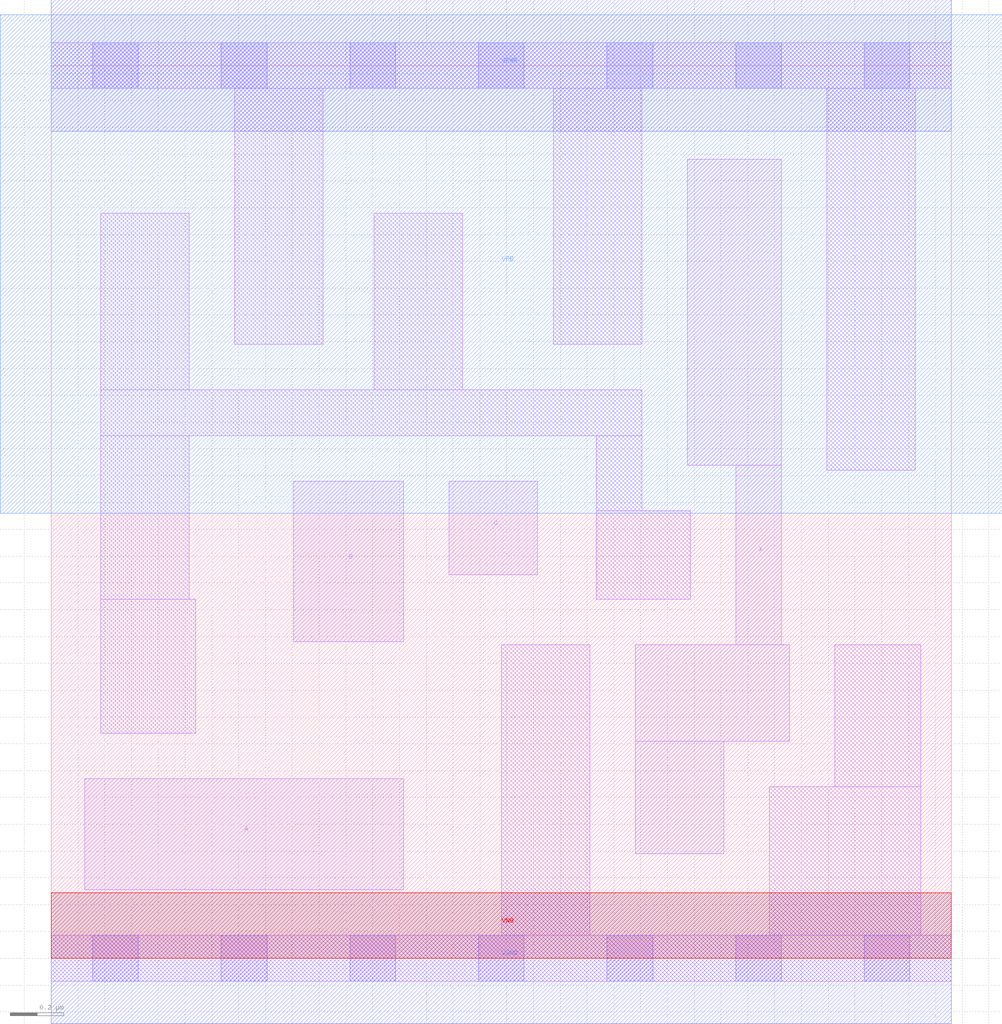
<source format=lef>
# Copyright 2020 The SkyWater PDK Authors
#
# Licensed under the Apache License, Version 2.0 (the "License");
# you may not use this file except in compliance with the License.
# You may obtain a copy of the License at
#
#     https://www.apache.org/licenses/LICENSE-2.0
#
# Unless required by applicable law or agreed to in writing, software
# distributed under the License is distributed on an "AS IS" BASIS,
# WITHOUT WARRANTIES OR CONDITIONS OF ANY KIND, either express or implied.
# See the License for the specific language governing permissions and
# limitations under the License.
#
# SPDX-License-Identifier: Apache-2.0

VERSION 5.7 ;
  NOWIREEXTENSIONATPIN ON ;
  DIVIDERCHAR "/" ;
  BUSBITCHARS "[]" ;
MACRO sky130_fd_sc_hs__and3_2
  CLASS CORE ;
  FOREIGN sky130_fd_sc_hs__and3_2 ;
  ORIGIN  0.000000  0.000000 ;
  SIZE  3.360000 BY  3.330000 ;
  SYMMETRY X Y ;
  SITE unit ;
  PIN A
    ANTENNAGATEAREA  0.222000 ;
    DIRECTION INPUT ;
    USE SIGNAL ;
    PORT
      LAYER li1 ;
        RECT 0.125000 0.255000 1.315000 0.670000 ;
    END
  END A
  PIN B
    ANTENNAGATEAREA  0.222000 ;
    DIRECTION INPUT ;
    USE SIGNAL ;
    PORT
      LAYER li1 ;
        RECT 0.905000 1.180000 1.315000 1.780000 ;
    END
  END B
  PIN C
    ANTENNAGATEAREA  0.222000 ;
    DIRECTION INPUT ;
    USE SIGNAL ;
    PORT
      LAYER li1 ;
        RECT 1.485000 1.430000 1.815000 1.780000 ;
    END
  END C
  PIN X
    ANTENNADIFFAREA  0.572800 ;
    DIRECTION OUTPUT ;
    USE SIGNAL ;
    PORT
      LAYER li1 ;
        RECT 2.180000 0.390000 2.510000 0.810000 ;
        RECT 2.180000 0.810000 2.755000 1.170000 ;
        RECT 2.375000 1.840000 2.725000 2.980000 ;
        RECT 2.555000 1.170000 2.725000 1.840000 ;
    END
  END X
  PIN VGND
    DIRECTION INOUT ;
    USE GROUND ;
    PORT
      LAYER met1 ;
        RECT 0.000000 -0.245000 3.360000 0.245000 ;
    END
  END VGND
  PIN VNB
    DIRECTION INOUT ;
    USE GROUND ;
    PORT
      LAYER pwell ;
        RECT 0.000000 0.000000 3.360000 0.245000 ;
    END
  END VNB
  PIN VPB
    DIRECTION INOUT ;
    USE POWER ;
    PORT
      LAYER nwell ;
        RECT -0.190000 1.660000 3.550000 3.520000 ;
    END
  END VPB
  PIN VPWR
    DIRECTION INOUT ;
    USE POWER ;
    PORT
      LAYER met1 ;
        RECT 0.000000 3.085000 3.360000 3.575000 ;
    END
  END VPWR
  OBS
    LAYER li1 ;
      RECT 0.000000 -0.085000 3.360000 0.085000 ;
      RECT 0.000000  3.245000 3.360000 3.415000 ;
      RECT 0.185000  0.840000 0.540000 1.340000 ;
      RECT 0.185000  1.340000 0.515000 1.950000 ;
      RECT 0.185000  1.950000 2.205000 2.120000 ;
      RECT 0.185000  2.120000 0.515000 2.780000 ;
      RECT 0.685000  2.290000 1.015000 3.245000 ;
      RECT 1.205000  2.120000 1.535000 2.780000 ;
      RECT 1.680000  0.085000 2.010000 1.170000 ;
      RECT 1.875000  2.290000 2.205000 3.245000 ;
      RECT 2.035000  1.340000 2.385000 1.670000 ;
      RECT 2.035000  1.670000 2.205000 1.950000 ;
      RECT 2.680000  0.085000 3.245000 0.640000 ;
      RECT 2.895000  1.820000 3.225000 3.245000 ;
      RECT 2.925000  0.640000 3.245000 1.170000 ;
    LAYER mcon ;
      RECT 0.155000 -0.085000 0.325000 0.085000 ;
      RECT 0.155000  3.245000 0.325000 3.415000 ;
      RECT 0.635000 -0.085000 0.805000 0.085000 ;
      RECT 0.635000  3.245000 0.805000 3.415000 ;
      RECT 1.115000 -0.085000 1.285000 0.085000 ;
      RECT 1.115000  3.245000 1.285000 3.415000 ;
      RECT 1.595000 -0.085000 1.765000 0.085000 ;
      RECT 1.595000  3.245000 1.765000 3.415000 ;
      RECT 2.075000 -0.085000 2.245000 0.085000 ;
      RECT 2.075000  3.245000 2.245000 3.415000 ;
      RECT 2.555000 -0.085000 2.725000 0.085000 ;
      RECT 2.555000  3.245000 2.725000 3.415000 ;
      RECT 3.035000 -0.085000 3.205000 0.085000 ;
      RECT 3.035000  3.245000 3.205000 3.415000 ;
  END
END sky130_fd_sc_hs__and3_2
END LIBRARY

</source>
